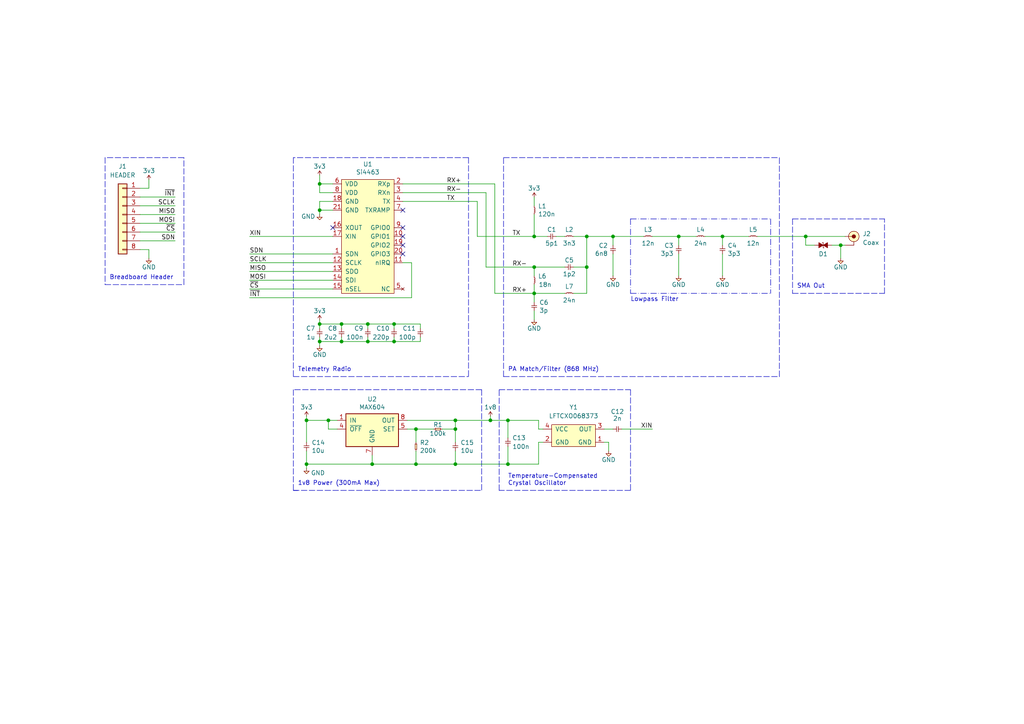
<source format=kicad_sch>
(kicad_sch (version 20211123) (generator eeschema)
  (paper "A4")
  (title_block (title "Lychee Flight Computer") (date "2021-12-31") (rev "1") (company "Cambridge University Spaceflight") (comment 1 "Drawn By H. Franks"))
  (lib_symbols
    (symbol "Strix:1v8" (power) (pin_numbers hide) (pin_names (offset 1.016) hide)
      (property "Value" "1v8" (at 0 2.286 0))
      (symbol "1v8_0_1"
        (polyline (pts (xy 0 1.27) (xy 0.508 0.508)))
        (polyline (pts (xy 0 0) (xy 0 1.27) (xy -0.508 0.508)))
      )
      (symbol "1v8_1_1"
        (pin power_in line (at 0 0 180) (length 0) hide (name "1v8") (number "1"))
      )
    )
    (symbol "Strix:3v3" (power) (pin_numbers hide) (pin_names (offset 1.016) hide)
      (property "Value" "3v3" (at 0 2.286 0))
      (symbol "3v3_0_1"
        (polyline (pts (xy 0 1.27) (xy 0.508 0.508)))
        (polyline (pts (xy 0 0) (xy 0 1.27) (xy -0.508 0.508)))
      )
      (symbol "3v3_1_1"
        (pin power_in line (at 0 0 180) (length 0) hide (name "3v3") (number "1"))
      )
    )
    (symbol "Strix:C" (pin_numbers hide) (pin_names (offset 1.016) hide)
      (property "Reference" "C" (at 1.27 1.778 0))
      (property "Value" "C" (at 1.27 -1.778 0))
      (symbol "C_0_1"
        (polyline (pts (xy 1.016 0.762) (xy 1.016 -0.762)))
        (polyline (pts (xy 1.524 0.762) (xy 1.524 -0.762)))
      )
      (symbol "C_1_1"
        (pin passive line (at 0 0 0) (length 1.016) (name "~") (number "1"))
        (pin passive line (at 2.54 0 180) (length 1.016) (name "~") (number "2"))
      )
    )
    (symbol "Strix:Coax" (pin_numbers hide) (pin_names (offset 1.016) hide)
      (property "Reference" "J" (at 0 2.54 0))
      (property "Value" "Coax" (at 0 -3.81 0))
      (symbol "Coax_0_1"
        (polyline (pts (xy 0 -1.524) (xy 0 -2.54)))
        (circle (center 0 0) (radius 0.508) (fill (type outline)))
        (circle (center 0 0) (radius 1.524) (fill (type background)))
      )
      (symbol "Coax_1_1"
        (pin bidirectional line (at -2.54 0 0) (length 2.54) (name "RF") (number "1"))
        (pin power_in line (at -2.54 -2.54 0) (length 2.54) (name "GND") (number "2"))
      )
    )
    (symbol "Strix:Conn_01x08" (pin_names (offset 1.016) hide)
      (property "Reference" "J" (at 0 10.16 0))
      (property "Value" "Conn_01x08" (at 0 -12.7 0))
      (symbol "Conn_01x08_1_1"
        (rectangle (start -1.27 -10.033) (end 0 -10.287) (stroke (width 0.1524)))
        (rectangle (start -1.27 -7.493) (end 0 -7.747) (stroke (width 0.1524)))
        (rectangle (start -1.27 -4.953) (end 0 -5.207) (stroke (width 0.1524)))
        (rectangle (start -1.27 -2.413) (end 0 -2.667) (stroke (width 0.1524)))
        (rectangle (start -1.27 0.127) (end 0 -0.127) (stroke (width 0.1524)))
        (rectangle (start -1.27 2.667) (end 0 2.413) (stroke (width 0.1524)))
        (rectangle (start -1.27 5.207) (end 0 4.953) (stroke (width 0.1524)))
        (rectangle (start -1.27 7.747) (end 0 7.493) (stroke (width 0.1524)))
        (rectangle (start -1.27 8.89) (end 1.27 -11.43) (stroke (width 0.254)) (fill (type background)))
        (pin passive line (at -5.08 7.62 0) (length 3.81) (name "Pin_1") (number "1"))
        (pin passive line (at -5.08 5.08 0) (length 3.81) (name "Pin_2") (number "2"))
        (pin passive line (at -5.08 2.54 0) (length 3.81) (name "Pin_3") (number "3"))
        (pin passive line (at -5.08 0 0) (length 3.81) (name "Pin_4") (number "4"))
        (pin passive line (at -5.08 -2.54 0) (length 3.81) (name "Pin_5") (number "5"))
        (pin passive line (at -5.08 -5.08 0) (length 3.81) (name "Pin_6") (number "6"))
        (pin passive line (at -5.08 -7.62 0) (length 3.81) (name "Pin_7") (number "7"))
        (pin passive line (at -5.08 -10.16 0) (length 3.81) (name "Pin_8") (number "8"))
      )
    )
    (symbol "Strix:D_ESD" (pin_numbers hide) (pin_names (offset 0) hide)
      (property "Reference" "D" (at -1.27 2.54 0))
      (symbol "D_ESD_0_1"
        (polyline (pts (xy 0 -0.762) (xy 0.254 -0.762)))
        (polyline (pts (xy 0 0.762) (xy -0.254 0.762)))
        (polyline (pts (xy 0 0.762) (xy 0 -0.762)))
        (polyline (pts (xy 0 0) (xy -1.27 0.762) (xy -1.27 -0.762) (xy 0 0)) (fill (type outline)))
        (polyline (pts (xy 0 0) (xy 1.27 0.762) (xy 1.27 -0.762) (xy 0 0)) (fill (type outline)))
      )
      (symbol "D_ESD_1_1"
        (pin passive line (at -2.54 0 0) (length 1.27) (name "1") (number "1"))
        (pin passive line (at 2.54 0 180) (length 1.27) (name "2") (number "2"))
      )
    )
    (symbol "Strix:GND" (power) (pin_numbers hide) (pin_names (offset 1.016) hide)
      (property "Value" "GND" (at 0 -2.54 0))
      (symbol "GND_0_1"
        (polyline (pts (xy 0 0) (xy 0 -0.762)))
        (polyline (pts (xy -0.762 -0.762) (xy 0.762 -0.762) (xy 0 -1.524) (xy -0.762 -0.762)) (fill (type background)))
      )
      (symbol "GND_1_1"
        (pin power_in line (at 0 0 180) (length 0) hide (name "GND") (number "1"))
      )
    )
    (symbol "Strix:L" (pin_numbers hide) (pin_names (offset 1.016) hide)
      (property "Reference" "L" (at 1.27 1.27 0))
      (property "Value" "L" (at 1.27 -1.27 0))
      (symbol "L_0_1"
        (arc (start 1.016 0) (mid 0.762 0.254) (end 0.508 0))
        (arc (start 1.524 0) (mid 1.27 0.254) (end 1.016 0))
        (arc (start 2.032 0) (mid 1.778 0.254) (end 1.524 0))
      )
      (symbol "L_1_1"
        (pin passive line (at 0 0 0) (length 0.508) (name "~") (number "1"))
        (pin passive line (at 2.54 0 180) (length 0.508) (name "~") (number "2"))
      )
    )
    (symbol "Strix:LFTCXO068373" (pin_names (offset 1.016))
      (property "Reference" "Y" (at 0 3.81 0))
      (property "Value" "LFTCXO068373" (at 0 -5.08 0))
      (symbol "LFTCXO068373_0_1"
        (rectangle (start -6.35 2.54) (end 6.35 -3.81) (fill (type background)))
      )
      (symbol "LFTCXO068373_1_1"
        (pin power_in line (at 8.89 -2.54 180) (length 2.54) (name "GND") (number "1"))
        (pin power_in line (at -8.89 -2.54 0) (length 2.54) (name "GND") (number "2"))
        (pin output line (at 8.89 1.27 180) (length 2.54) (name "OUT") (number "3"))
        (pin power_in line (at -8.89 1.27 0) (length 2.54) (name "VCC") (number "4"))
      )
    )
    (symbol "Strix:MAX604" (pin_names (offset 1.016))
      (property "Reference" "U" (at -6.35 5.715 0))
      (property "Value" "MAX604" (at 0 5.715 0))
      (symbol "MAX604_0_1"
        (rectangle (start -7.62 4.445) (end 7.62 -5.08) (stroke (width 0.254)) (fill (type background)))
      )
      (symbol "MAX604_1_1"
        (pin power_in line (at -10.16 2.54 0) (length 2.54) (name "IN") (number "1"))
        (pin passive line (at 0 -7.62 90) (length 2.54) hide (name "GND") (number "2"))
        (pin passive line (at 0 -7.62 90) (length 2.54) hide (name "GND") (number "3"))
        (pin input line (at -10.16 0 0) (length 2.54) (name "~{OFF}") (number "4"))
        (pin passive line (at 10.16 0 180) (length 2.54) (name "SET") (number "5"))
        (pin passive line (at 0 -7.62 90) (length 2.54) hide (name "GND") (number "6"))
        (pin power_in line (at 0 -7.62 90) (length 2.54) (name "GND") (number "7"))
        (pin power_out line (at 10.16 2.54 180) (length 2.54) (name "OUT") (number "8"))
      )
    )
    (symbol "Strix:R" (pin_numbers hide) (pin_names (offset 1.016) hide)
      (property "Reference" "R" (at 1.27 1.27 0))
      (property "Value" "R" (at 1.27 -1.27 0))
      (symbol "R_0_1"
        (rectangle (start 0.508 0.254) (end 2.032 -0.254) (fill (type background)))
      )
      (symbol "R_1_1"
        (pin passive line (at 0 0 0) (length 0.508) (name "~") (number "1"))
        (pin passive line (at 2.54 0 180) (length 0.508) (name "~") (number "2"))
      )
    )
    (symbol "Strix:Si4463" (pin_names (offset 1.016))
      (property "Reference" "U" (at -7.62 17.78 0))
      (property "Value" "Si4463" (at -7.62 -17.78 0))
      (symbol "Si4463_0_1"
        (rectangle (start -7.62 16.51) (end 7.62 -16.51) (fill (type background)))
      )
      (symbol "Si4463_1_1"
        (pin input line (at -10.16 -5.08 0) (length 2.54) (name "SDN") (number "1"))
        (pin bidirectional line (at 10.16 0 180) (length 2.54) (name "GPIO1") (number "10"))
        (pin output line (at 10.16 -7.62 180) (length 2.54) (name "nIRQ") (number "11"))
        (pin input line (at -10.16 -7.62 0) (length 2.54) (name "SCLK") (number "12"))
        (pin output line (at -10.16 -10.16 0) (length 2.54) (name "SDO") (number "13"))
        (pin input line (at -10.16 -12.7 0) (length 2.54) (name "SDI") (number "14"))
        (pin input line (at -10.16 -15.24 0) (length 2.54) (name "nSEL") (number "15"))
        (pin output line (at -10.16 2.54 0) (length 2.54) (name "XOUT") (number "16"))
        (pin input line (at -10.16 0 0) (length 2.54) (name "XIN") (number "17"))
        (pin power_in line (at -10.16 10.16 0) (length 2.54) (name "GND") (number "18"))
        (pin bidirectional line (at 10.16 -2.54 180) (length 2.54) (name "GPIO2") (number "19"))
        (pin input line (at 10.16 15.24 180) (length 2.54) (name "RXp") (number "2"))
        (pin bidirectional line (at 10.16 -5.08 180) (length 2.54) (name "GPIO3") (number "20"))
        (pin power_in line (at -10.16 7.62 0) (length 2.54) (name "GND") (number "21"))
        (pin input line (at 10.16 12.7 180) (length 2.54) (name "RXn") (number "3"))
        (pin output line (at 10.16 10.16 180) (length 2.54) (name "TX") (number "4"))
        (pin no_connect line (at 10.16 -15.24 180) (length 2.54) (name "NC") (number "5"))
        (pin power_in line (at -10.16 15.24 0) (length 2.54) (name "VDD") (number "6"))
        (pin output line (at 10.16 7.62 180) (length 2.54) (name "TXRAMP") (number "7"))
        (pin power_in line (at -10.16 12.7 0) (length 2.54) (name "VDD") (number "8"))
        (pin bidirectional line (at 10.16 2.54 180) (length 2.54) (name "GPIO0") (number "9"))
      )
    )
  )
  (junction (at 243.84 71.12))
  (junction (at 107.95 134.62))
  (junction (at 233.68 68.58))
  (junction (at 106.68 99.06))
  (junction (at 196.85 68.58))
  (junction (at 132.08 134.62))
  (junction (at 99.06 93.98))
  (junction (at 154.94 77.47))
  (junction (at 114.3 93.98))
  (junction (at 114.3 99.06))
  (junction (at 147.32 121.92))
  (junction (at 120.65 124.46))
  (junction (at 120.65 134.62))
  (junction (at 177.8 68.58))
  (junction (at 95.25 121.92))
  (junction (at 132.08 121.92))
  (junction (at 88.9 134.62))
  (junction (at 132.08 124.46))
  (junction (at 106.68 93.98))
  (junction (at 142.24 121.92))
  (junction (at 92.71 53.34))
  (junction (at 209.55 68.58))
  (junction (at 92.71 93.98))
  (junction (at 147.32 134.62))
  (junction (at 154.94 85.09))
  (junction (at 154.94 68.58))
  (junction (at 92.71 99.06))
  (junction (at 92.71 60.96))
  (junction (at 88.9 121.92))
  (junction (at 99.06 99.06))
  (junction (at 170.18 77.47))
  (junction (at 170.18 68.58))
  (no_connect (at 116.84 73.66))
  (no_connect (at 116.84 71.12))
  (no_connect (at 116.84 66.04))
  (no_connect (at 116.84 60.96))
  (no_connect (at 96.52 66.04))
  (no_connect (at 116.84 68.58))
  (wire (pts (xy 147.32 134.62) (xy 156.21 134.62)))
  (wire (pts (xy 180.34 124.46) (xy 189.23 124.46)))
  (polyline (pts (xy 146.05 45.72) (xy 226.06 45.72)))
  (wire (pts (xy 120.65 130.81) (xy 120.65 134.62)))
  (wire (pts (xy 88.9 134.62) (xy 88.9 135.89)))
  (polyline (pts (xy 135.89 45.72) (xy 85.09 45.72)))
  (wire (pts (xy 138.43 58.42) (xy 138.43 68.58)))
  (polyline (pts (xy 85.09 109.22) (xy 135.89 109.22)))
  (wire (pts (xy 88.9 120.65) (xy 88.9 121.92)))
  (polyline (pts (xy 226.06 109.22) (xy 226.06 45.72)))
  (wire (pts (xy 106.68 99.06) (xy 106.68 97.79)))
  (polyline (pts (xy 182.88 63.5) (xy 182.88 85.09)) (stroke (width 0) (type dash_dot)))
  (wire (pts (xy 99.06 93.98) (xy 99.06 95.25)))
  (polyline (pts (xy 229.87 63.5) (xy 256.54 63.5)))
  (wire (pts (xy 119.38 86.36) (xy 119.38 76.2)))
  (wire (pts (xy 92.71 99.06) (xy 99.06 99.06)))
  (wire (pts (xy 132.08 121.92) (xy 142.24 121.92)))
  (wire (pts (xy 120.65 124.46) (xy 118.11 124.46)))
  (polyline (pts (xy 229.87 85.09) (xy 256.54 85.09)))
  (wire (pts (xy 116.84 76.2) (xy 119.38 76.2)))
  (wire (pts (xy 154.94 85.09) (xy 154.94 87.63)))
  (wire (pts (xy 40.64 67.31) (xy 50.8 67.31)))
  (wire (pts (xy 147.32 129.54) (xy 147.32 134.62)))
  (wire (pts (xy 166.37 77.47) (xy 170.18 77.47)))
  (wire (pts (xy 196.85 71.12) (xy 196.85 68.58)))
  (polyline (pts (xy 53.34 45.72) (xy 30.48 45.72)))
  (wire (pts (xy 92.71 93.98) (xy 92.71 95.25)))
  (wire (pts (xy 114.3 93.98) (xy 114.3 95.25)))
  (wire (pts (xy 147.32 121.92) (xy 156.21 121.92)))
  (wire (pts (xy 92.71 58.42) (xy 92.71 60.96)))
  (wire (pts (xy 114.3 99.06) (xy 121.92 99.06)))
  (wire (pts (xy 116.84 58.42) (xy 138.43 58.42)))
  (wire (pts (xy 72.39 68.58) (xy 96.52 68.58)))
  (polyline (pts (xy 256.54 85.09) (xy 256.54 63.5)))
  (wire (pts (xy 209.55 68.58) (xy 209.55 71.12)))
  (wire (pts (xy 233.68 71.12) (xy 233.68 68.58)))
  (wire (pts (xy 120.65 128.27) (xy 120.65 124.46)))
  (wire (pts (xy 143.51 53.34) (xy 143.51 85.09)))
  (wire (pts (xy 40.64 59.69) (xy 50.8 59.69)))
  (wire (pts (xy 170.18 77.47) (xy 170.18 85.09)))
  (wire (pts (xy 88.9 134.62) (xy 88.9 130.81)))
  (wire (pts (xy 121.92 99.06) (xy 121.92 97.79)))
  (wire (pts (xy 132.08 128.27) (xy 132.08 124.46)))
  (polyline (pts (xy 30.48 82.55) (xy 53.34 82.55)))
  (wire (pts (xy 116.84 53.34) (xy 143.51 53.34)))
  (wire (pts (xy 219.71 68.58) (xy 233.68 68.58)))
  (wire (pts (xy 40.64 72.39) (xy 43.18 72.39)))
  (wire (pts (xy 107.95 134.62) (xy 107.95 132.08)))
  (wire (pts (xy 114.3 99.06) (xy 106.68 99.06)))
  (wire (pts (xy 154.94 82.55) (xy 154.94 85.09)))
  (wire (pts (xy 132.08 121.92) (xy 132.08 124.46)))
  (wire (pts (xy 142.24 121.92) (xy 147.32 121.92)))
  (wire (pts (xy 147.32 121.92) (xy 147.32 127)))
  (wire (pts (xy 201.93 68.58) (xy 196.85 68.58)))
  (wire (pts (xy 186.69 68.58) (xy 177.8 68.58)))
  (wire (pts (xy 88.9 128.27) (xy 88.9 121.92)))
  (wire (pts (xy 154.94 90.17) (xy 154.94 92.71)))
  (polyline (pts (xy 85.09 45.72) (xy 85.09 109.22)))
  (polyline (pts (xy 182.88 85.09) (xy 223.52 85.09)) (stroke (width 0) (type dash_dot)))
  (wire (pts (xy 177.8 71.12) (xy 177.8 68.58)))
  (wire (pts (xy 154.94 59.69) (xy 154.94 57.15)))
  (wire (pts (xy 40.64 62.23) (xy 50.8 62.23)))
  (wire (pts (xy 157.48 124.46) (xy 156.21 124.46)))
  (wire (pts (xy 138.43 68.58) (xy 154.94 68.58)))
  (polyline (pts (xy 182.88 142.24) (xy 144.78 142.24)))
  (wire (pts (xy 92.71 93.98) (xy 92.71 92.71)))
  (wire (pts (xy 72.39 86.36) (xy 119.38 86.36)))
  (wire (pts (xy 97.79 124.46) (xy 95.25 124.46)))
  (wire (pts (xy 140.97 55.88) (xy 140.97 77.47)))
  (wire (pts (xy 72.39 81.28) (xy 96.52 81.28)))
  (wire (pts (xy 163.83 68.58) (xy 161.29 68.58)))
  (polyline (pts (xy 139.7 113.03) (xy 139.7 142.24)))
  (wire (pts (xy 154.94 80.01) (xy 154.94 77.47)))
  (wire (pts (xy 92.71 50.8) (xy 92.71 53.34)))
  (wire (pts (xy 158.75 68.58) (xy 154.94 68.58)))
  (polyline (pts (xy 144.78 113.03) (xy 182.88 113.03)))
  (wire (pts (xy 106.68 93.98) (xy 99.06 93.98)))
  (wire (pts (xy 88.9 121.92) (xy 95.25 121.92)))
  (wire (pts (xy 92.71 99.06) (xy 92.71 100.33)))
  (wire (pts (xy 95.25 124.46) (xy 95.25 121.92)))
  (polyline (pts (xy 144.78 142.24) (xy 144.78 113.03)))
  (wire (pts (xy 92.71 55.88) (xy 92.71 53.34)))
  (wire (pts (xy 166.37 68.58) (xy 170.18 68.58)))
  (wire (pts (xy 107.95 134.62) (xy 88.9 134.62)))
  (wire (pts (xy 40.64 64.77) (xy 50.8 64.77)))
  (wire (pts (xy 241.3 71.12) (xy 243.84 71.12)))
  (wire (pts (xy 92.71 60.96) (xy 92.71 62.23)))
  (wire (pts (xy 163.83 85.09) (xy 154.94 85.09)))
  (polyline (pts (xy 85.09 142.24) (xy 139.7 142.24)))
  (wire (pts (xy 243.84 71.12) (xy 243.84 74.93)))
  (wire (pts (xy 217.17 68.58) (xy 209.55 68.58)))
  (wire (pts (xy 96.52 58.42) (xy 92.71 58.42)))
  (wire (pts (xy 118.11 121.92) (xy 132.08 121.92)))
  (wire (pts (xy 157.48 128.27) (xy 156.21 128.27)))
  (wire (pts (xy 72.39 78.74) (xy 96.52 78.74)))
  (polyline (pts (xy 223.52 63.5) (xy 223.52 85.09)) (stroke (width 0) (type dash_dot)))
  (wire (pts (xy 243.84 71.12) (xy 245.11 71.12)))
  (wire (pts (xy 99.06 99.06) (xy 106.68 99.06)))
  (wire (pts (xy 106.68 95.25) (xy 106.68 93.98)))
  (wire (pts (xy 233.68 68.58) (xy 245.11 68.58)))
  (wire (pts (xy 43.18 72.39) (xy 43.18 74.93)))
  (wire (pts (xy 92.71 53.34) (xy 96.52 53.34)))
  (wire (pts (xy 204.47 68.58) (xy 209.55 68.58)))
  (wire (pts (xy 170.18 68.58) (xy 177.8 68.58)))
  (wire (pts (xy 120.65 134.62) (xy 107.95 134.62)))
  (wire (pts (xy 132.08 130.81) (xy 132.08 134.62)))
  (wire (pts (xy 132.08 134.62) (xy 147.32 134.62)))
  (wire (pts (xy 92.71 97.79) (xy 92.71 99.06)))
  (wire (pts (xy 170.18 85.09) (xy 166.37 85.09)))
  (wire (pts (xy 156.21 128.27) (xy 156.21 134.62)))
  (wire (pts (xy 99.06 93.98) (xy 92.71 93.98)))
  (wire (pts (xy 125.73 124.46) (xy 120.65 124.46)))
  (wire (pts (xy 132.08 134.62) (xy 120.65 134.62)))
  (polyline (pts (xy 182.88 113.03) (xy 182.88 142.24)))
  (wire (pts (xy 40.64 69.85) (xy 50.8 69.85)))
  (polyline (pts (xy 146.05 109.22) (xy 226.06 109.22)))
  (polyline (pts (xy 135.89 45.72) (xy 135.89 109.22)))
  (wire (pts (xy 175.26 124.46) (xy 177.8 124.46)))
  (wire (pts (xy 175.26 128.27) (xy 176.53 128.27)))
  (polyline (pts (xy 229.87 63.5) (xy 229.87 85.09)))
  (wire (pts (xy 72.39 76.2) (xy 96.52 76.2)))
  (wire (pts (xy 140.97 77.47) (xy 154.94 77.47)))
  (polyline (pts (xy 85.09 113.03) (xy 85.09 142.24)))
  (wire (pts (xy 142.24 120.65) (xy 142.24 121.92)))
  (wire (pts (xy 196.85 73.66) (xy 196.85 80.01)))
  (wire (pts (xy 40.64 57.15) (xy 50.8 57.15)))
  (wire (pts (xy 114.3 97.79) (xy 114.3 99.06)))
  (wire (pts (xy 170.18 68.58) (xy 170.18 77.47)))
  (polyline (pts (xy 53.34 82.55) (xy 53.34 45.72)))
  (wire (pts (xy 96.52 60.96) (xy 92.71 60.96)))
  (wire (pts (xy 99.06 99.06) (xy 99.06 97.79)))
  (wire (pts (xy 156.21 121.92) (xy 156.21 124.46)))
  (wire (pts (xy 143.51 85.09) (xy 154.94 85.09)))
  (wire (pts (xy 132.08 124.46) (xy 128.27 124.46)))
  (polyline (pts (xy 146.05 109.22) (xy 146.05 45.72)))
  (wire (pts (xy 96.52 55.88) (xy 92.71 55.88)))
  (wire (pts (xy 114.3 93.98) (xy 121.92 93.98)))
  (wire (pts (xy 196.85 68.58) (xy 189.23 68.58)))
  (polyline (pts (xy 182.88 63.5) (xy 223.52 63.5)) (stroke (width 0) (type dash_dot)))
  (polyline (pts (xy 139.7 113.03) (xy 85.09 113.03)))
  (wire (pts (xy 40.64 54.61) (xy 43.18 54.61)))
  (wire (pts (xy 116.84 55.88) (xy 140.97 55.88)))
  (wire (pts (xy 154.94 62.23) (xy 154.94 68.58)))
  (wire (pts (xy 72.39 83.82) (xy 96.52 83.82)))
  (wire (pts (xy 121.92 93.98) (xy 121.92 95.25)))
  (wire (pts (xy 176.53 128.27) (xy 176.53 130.81)))
  (polyline (pts (xy 30.48 45.72) (xy 30.48 82.55)))
  (wire (pts (xy 177.8 73.66) (xy 177.8 80.01)))
  (wire (pts (xy 236.22 71.12) (xy 233.68 71.12)))
  (wire (pts (xy 43.18 52.07) (xy 43.18 54.61)))
  (wire (pts (xy 72.39 73.66) (xy 96.52 73.66)))
  (wire (pts (xy 106.68 93.98) (xy 114.3 93.98)))
  (polyline (pts (xy 85.09 142.24) (xy 86.36 142.24)))
  (wire (pts (xy 95.25 121.92) (xy 97.79 121.92)))
  (wire (pts (xy 163.83 77.47) (xy 154.94 77.47)))
  (wire (pts (xy 209.55 73.66) (xy 209.55 80.01)))
  (text "PA Match/Filter (868 MHz)" (at 147.32 107.95 0) (effects (font (size 1.27 1.27)) (justify left bottom)))
  (text "Lowpass Filter" (at 182.88 87.63 0) (effects (font (size 1.27 1.27)) (justify left bottom)))
  (text "1v8 Power (300mA Max)" (at 86.36 140.97 0) (effects (font (size 1.27 1.27)) (justify left bottom)))
  (text "Telemetry Radio" (at 86.36 107.95 0) (effects (font (size 1.27 1.27)) (justify left bottom)))
  (text "Temperature-Compensated\nCrystal Oscillator" (at 147.32 140.97 0) (effects (font (size 1.27 1.27)) (justify left bottom)))
  (text "SMA Out" (at 231.1363 83.7778 0) (effects (font (size 1.27 1.27)) (justify left bottom)))
  (text "Breadboard Header" (at 31.75 81.28 0) (effects (font (size 1.27 1.27)) (justify left bottom)))
  (label "MOSI" (at 50.8 64.77 180))
  (label "RX+" (at 148.59 85.09 0))
  (label "TX" (at 148.59 68.58 0))
  (label "TX" (at 129.54 58.42 0))
  (label "MISO" (at 72.39 78.74 0))
  (label "~{CS}" (at 50.8 67.31 180))
  (label "SCLK" (at 50.8 59.69 180))
  (label "RX-" (at 148.59 77.47 0))
  (label "SDN" (at 50.8 69.85 180))
  (label "~{CS}" (at 72.39 83.82 0))
  (label "MOSI" (at 72.39 81.28 0))
  (label "RX-" (at 129.54 55.88 0))
  (label "SDN" (at 72.39 73.66 0))
  (label "XIN" (at 72.39 68.58 0))
  (label "SCLK" (at 72.39 76.2 0))
  (label "~{INT}" (at 72.39 86.36 0))
  (label "XIN" (at 189.23 124.46 180))
  (label "~{INT}" (at 50.8 57.15 180))
  (label "MISO" (at 50.8 62.23 180))
  (label "RX+" (at 129.54 53.34 0))
  (symbol (lib_id "Strix:GND") (at 92.71 62.23 0) (unit 1)
    (property "Reference" "#PWR04" (effects hide))
    (property "Value" "GND" (at 91.44 63.5 0) (effects (justify right bottom)))
  )
  (symbol (lib_id "Strix:3v3") (at 92.71 50.8 0) (unit 1)
    (property "Reference" "#PWR01" (effects hide))
    (property "Value" "3v3" (at 92.71 48.26 0))
  )
  (symbol (lib_id "Strix:3v3") (at 92.71 92.71 0) (unit 1)
    (property "Reference" "#PWR010" (effects hide))
    (property "Value" "3v3" (at 92.71 90.17 0))
  )
  (symbol (lib_id "Strix:GND") (at 92.71 100.33 0) (unit 1)
    (property "Reference" "#PWR012" (effects hide))
    (property "Value" "GND" (at 92.71 102.87 0))
  )
  (symbol (lib_id "Strix:C") (at 121.92 95.25 90) (mirror x) (unit 1)
    (property "Reference" "C11" (at 120.65 95.25 90) (effects (justify left)))
    (property "Value" "100p" (at 120.65 97.79 90) (effects (justify left)))
    (property "Footprint" "Strix:C_0402" (effects hide))
    (property "Farnell" "2906905" (effects hide))
  )
  (symbol (lib_id "Strix:C") (at 114.3 95.25 90) (mirror x) (unit 1)
    (property "Reference" "C10" (at 113.03 95.25 90) (effects (justify left)))
    (property "Value" "220p" (at 113.03 97.79 90) (effects (justify left)))
    (property "Footprint" "Strix:C_0402" (effects hide))
    (property "Farnell" "3019240" (effects hide))
  )
  (symbol (lib_id "Strix:C") (at 106.68 95.25 90) (mirror x) (unit 1)
    (property "Reference" "C9" (at 105.41 95.25 90) (effects (justify left)))
    (property "Value" "100n" (at 105.41 97.79 90) (effects (justify left)))
    (property "Footprint" "Strix:C_0402" (effects hide))
    (property "Farnell" "9402047" (effects hide))
  )
  (symbol (lib_id "Strix:C") (at 99.06 95.25 90) (mirror x) (unit 1)
    (property "Reference" "C8" (at 97.79 95.25 90) (effects (justify left)))
    (property "Value" "2u2" (at 97.79 97.79 90) (effects (justify left)))
    (property "Footprint" "Strix:C_0402" (effects hide))
    (property "Farnell" "2672111" (effects hide))
  )
  (symbol (lib_id "Strix:C") (at 92.71 95.25 90) (mirror x) (unit 1)
    (property "Reference" "C7" (at 91.44 95.25 90) (effects (justify left)))
    (property "Value" "1u" (at 91.44 97.79 90) (effects (justify left)))
    (property "Footprint" "Strix:C_0402" (effects hide))
    (property "Farnell" "9402063" (effects hide))
  )
  (symbol (lib_id "Strix:GND") (at 196.85 80.01 0) (unit 1)
    (property "Reference" "#PWR08" (effects hide))
    (property "Value" "GND" (at 196.85 82.55 0))
  )
  (symbol (lib_id "Strix:3v3") (at 154.94 57.15 0) (unit 1)
    (property "Reference" "#PWR03" (effects hide))
    (property "Value" "3v3" (at 154.94 54.61 0))
  )
  (symbol (lib_id "Strix:L") (at 154.94 59.69 270) (unit 1)
    (property "Reference" "L1" (at 156.0576 59.7916 90) (effects (justify left)))
    (property "Value" "120n" (at 156.0576 62.103 90) (effects (justify left)))
    (property "Footprint" "Strix:L_0402" (effects hide))
    (property "Farnell" "3471254" (effects hide))
  )
  (symbol (lib_id "Strix:C") (at 163.83 77.47 0) (unit 1)
    (property "Reference" "C5" (at 165.1 76.2 0) (effects (justify bottom)))
    (property "Value" "1p2" (at 165.1 78.74 0) (effects (justify top)))
    (property "Footprint" "Strix:C_0402" (effects hide))
    (property "Farnell" "3369062" (effects hide))
  )
  (symbol (lib_id "Strix:L") (at 163.83 85.09 0) (unit 1)
    (property "Reference" "L7" (at 165.1 83.82 0) (effects (justify bottom)))
    (property "Value" "24n" (at 165.1 86.36 0) (effects (justify top)))
    (property "Footprint" "Strix:L_0402" (effects hide))
    (property "Farnell" "3263549" (effects hide))
  )
  (symbol (lib_id "Strix:GND") (at 154.94 92.71 0) (unit 1)
    (property "Reference" "#PWR011" (effects hide))
    (property "Value" "GND" (at 154.94 95.25 0))
  )
  (symbol (lib_id "Strix:C") (at 154.94 87.63 270) (unit 1)
    (property "Reference" "C6" (at 156.4132 87.7316 90) (effects (justify left)))
    (property "Value" "3p" (at 156.4132 90.043 90) (effects (justify left)))
    (property "Footprint" "Strix:C_0402" (effects hide))
    (property "Farnell" "1758933" (effects hide))
  )
  (symbol (lib_id "Strix:L") (at 154.94 80.01 270) (unit 1)
    (property "Reference" "L6" (at 156.0576 80.1116 90) (effects (justify left)))
    (property "Value" "18n" (at 156.21 82.55 90) (effects (justify left)))
    (property "Footprint" "Strix:L_0402" (effects hide))
    (property "Farnell" "1343084" (effects hide))
  )
  (symbol (lib_id "Strix:L") (at 163.83 68.58 0) (unit 1)
    (property "Reference" "L2" (at 165.1 67.31 0) (effects (justify bottom)))
    (property "Value" "3n3" (at 165.1 69.85 0) (effects (justify top)))
    (property "Footprint" "Strix:L_0402" (effects hide))
    (property "Farnell" "1343068" (effects hide))
  )
  (symbol (lib_id "Strix:L") (at 201.93 68.58 0) (unit 1)
    (property "Reference" "L4" (at 203.2 67.31 0) (effects (justify bottom)))
    (property "Value" "24n" (at 203.2 69.85 0) (effects (justify top)))
    (property "Footprint" "Strix:L_0402" (effects hide))
    (property "Farnell" "3263549" (effects hide))
  )
  (symbol (lib_id "Strix:C") (at 196.85 71.12 90) (mirror x) (unit 1)
    (property "Reference" "C3" (at 195.3768 71.2216 90) (effects (justify left)))
    (property "Value" "3p3" (at 195.3768 73.533 90) (effects (justify left)))
    (property "Footprint" "Strix:C_0402" (effects hide))
    (property "Farnell" "3013357" (effects hide))
  )
  (symbol (lib_id "Strix:C") (at 209.55 71.12 270) (unit 1)
    (property "Reference" "C4" (at 211.0232 71.2216 90) (effects (justify left)))
    (property "Value" "3p3" (at 211.0232 73.533 90) (effects (justify left)))
    (property "Footprint" "Strix:C_0402" (effects hide))
    (property "Farnell" "3013357" (effects hide))
  )
  (symbol (lib_id "Strix:C") (at 158.75 68.58 0) (unit 1)
    (property "Reference" "C1" (at 160.02 67.31 0) (effects (justify bottom)))
    (property "Value" "5p1" (at 160.02 69.85 0) (effects (justify top)))
    (property "Footprint" "Strix:C_0402" (effects hide))
    (property "Farnell" "2781439" (effects hide))
  )
  (symbol (lib_id "Strix:C") (at 177.8 71.12 90) (mirror x) (unit 1)
    (property "Reference" "C2" (at 176.3268 71.2216 90) (effects (justify left)))
    (property "Value" "6n8" (at 176.3268 73.533 90) (effects (justify left)))
    (property "Footprint" "Strix:C_0402" (effects hide))
    (property "Farnell" "2627370" (effects hide))
  )
  (symbol (lib_id "Strix:GND") (at 177.8 80.01 0) (unit 1)
    (property "Reference" "#PWR07" (effects hide))
    (property "Value" "GND" (at 177.8 82.55 0))
  )
  (symbol (lib_id "Strix:L") (at 186.69 68.58 0) (unit 1)
    (property "Reference" "L3" (at 187.96 67.31 0) (effects (justify bottom)))
    (property "Value" "12n" (at 187.96 69.85 0) (effects (justify top)))
    (property "Footprint" "Strix:L_0402" (effects hide))
    (property "Farnell" "1343082" (effects hide))
  )
  (symbol (lib_id "Strix:L") (at 217.17 68.58 0) (unit 1)
    (property "Reference" "L5" (at 218.44 67.31 0) (effects (justify bottom)))
    (property "Value" "12n" (at 218.44 69.85 0) (effects (justify top)))
    (property "Footprint" "Strix:L_0402" (effects hide))
    (property "Farnell" "1343082" (effects hide))
  )
  (symbol (lib_id "Strix:GND") (at 209.55 80.01 0) (unit 1)
    (property "Reference" "#PWR09" (effects hide))
    (property "Value" "GND" (at 209.55 82.55 0))
  )
  (symbol (lib_id "Strix:Si4463") (at 106.68 68.58 0) (unit 1)
    (property "Reference" "U1" (at 106.68 47.625 0))
    (property "Value" "Si4463" (at 106.68 49.9364 0))
    (property "Footprint" "Strix:Si4463" (effects hide))
    (property "Farnell" "2462637" (effects hide))
  )
  (symbol (lib_id "Strix:GND") (at 243.84 74.93 0) (unit 1)
    (property "Reference" "#PWR06" (effects hide))
    (property "Value" "GND" (at 243.84 77.47 0))
  )
  (symbol (lib_id "Strix:C") (at 147.32 127 90) (mirror x) (unit 1)
    (property "Reference" "C13" (at 148.59 127 90) (effects (justify right)))
    (property "Value" "100n" (at 148.59 129.54 90) (effects (justify right)))
    (property "Footprint" "Strix:C_0402" (effects hide))
    (property "Farnell" "9402047" (effects hide))
  )
  (symbol (lib_id "Strix:Conn_01x08") (at 35.56 62.23 0) (mirror y) (unit 1)
    (property "Reference" "J1" (at 35.56 48.26 0))
    (property "Value" "HEADER" (at 35.56 50.8 0))
    (property "Footprint" "Strix:Breadboard_Header_01x08" (effects hide))
    (property "Farnell" "1022256" (effects hide))
  )
  (symbol (lib_id "Strix:R") (at 120.65 128.27 270) (unit 1)
    (property "Reference" "R2" (at 121.7676 128.3716 90) (effects (justify left)))
    (property "Value" "200k" (at 121.7676 130.683 90) (effects (justify left)))
    (property "Footprint" "Strix:R_0402" (effects hide))
    (property "Farnell" "2059185" (effects hide))
  )
  (symbol (lib_id "Strix:GND") (at 43.18 74.93 0) (unit 1)
    (property "Reference" "#PWR05" (effects hide))
    (property "Value" "GND" (at 43.18 77.47 0))
  )
  (symbol (lib_id "Strix:MAX604") (at 107.95 124.46 0) (unit 1)
    (property "Reference" "U2" (at 107.95 115.7732 0))
    (property "Value" "MAX604" (at 107.95 118.0846 0))
    (property "Footprint" "Strix:MAX604" (effects hide))
    (property "Datasheet" "http://datasheets.maximintegrated.com/en/ds/MAX603-MAX604.pdf" (effects hide))
    (property "Farnell" "2799174" (effects hide))
  )
  (symbol (lib_id "Strix:1v8") (at 142.24 120.65 0) (unit 1)
    (property "Reference" "#PWR0101" (effects hide))
    (property "Value" "1v8" (at 142.24 118.11 0))
  )
  (symbol (lib_id "Strix:3v3") (at 88.9 120.65 0) (unit 1)
    (property "Reference" "#PWR013" (effects hide))
    (property "Value" "3v3" (at 88.9 118.11 0))
  )
  (symbol (lib_id "Strix:C") (at 88.9 128.27 270) (unit 1)
    (property "Reference" "C14" (at 90.3732 128.3716 90) (effects (justify left)))
    (property "Value" "10u" (at 90.3732 130.683 90) (effects (justify left)))
    (property "Footprint" "Strix:C_0402" (effects hide))
    (property "Farnell" "3369188" (effects hide))
  )
  (symbol (lib_id "Strix:D_ESD") (at 238.76 71.12 0) (unit 1)
    (property "Reference" "D1" (at 238.76 73.66 0))
    (property "Value" "D_ESD" (effects hide))
    (property "Footprint" "Strix:D_0402" (effects hide))
    (property "Farnell" "2368169" (effects hide))
  )
  (symbol (lib_id "Strix:GND") (at 88.9 135.89 0) (mirror y) (unit 1)
    (property "Reference" "#PWR015" (effects hide))
    (property "Value" "GND" (at 90.17 137.16 0) (effects (justify right)))
  )
  (symbol (lib_id "Strix:GND") (at 176.53 130.81 0) (unit 1)
    (property "Reference" "#PWR014" (effects hide))
    (property "Value" "GND" (at 176.53 133.35 0))
  )
  (symbol (lib_id "Strix:R") (at 125.73 124.46 0) (unit 1)
    (property "Reference" "R1" (at 127 123.19 0))
    (property "Value" "100k" (at 127 125.73 0))
    (property "Footprint" "Strix:R_0402" (effects hide))
    (property "Farnell" "2447094" (effects hide))
  )
  (symbol (lib_id "Strix:C") (at 132.08 128.27 270) (unit 1)
    (property "Reference" "C15" (at 133.5532 128.3716 90) (effects (justify left)))
    (property "Value" "10u" (at 133.5532 130.683 90) (effects (justify left)))
    (property "Footprint" "Strix:C_0402" (effects hide))
    (property "Farnell" "3369188" (effects hide))
  )
  (symbol (lib_id "Strix:3v3") (at 43.18 52.07 0) (unit 1)
    (property "Reference" "#PWR02" (effects hide))
    (property "Value" "3v3" (at 43.18 49.53 0))
  )
  (symbol (lib_id "Strix:C") (at 177.8 124.46 0) (unit 1)
    (property "Reference" "C12" (at 179.07 119.38 0))
    (property "Value" "2n" (at 179.07 120.65 0) (effects (justify top)))
    (property "Footprint" "Strix:C_0402" (effects hide))
    (property "Farnell" "2332520" (effects hide))
  )
  (symbol (lib_id "Strix:Coax") (at 247.65 68.58 0) (unit 1)
    (property "Reference" "J2" (at 250.19 67.8179 0) (effects (justify left)))
    (property "Value" "Coax" (at 250.19 70.3579 0) (effects (justify left)))
    (property "Footprint" "Strix:SMA-Edge" (effects hide))
    (property "Farnell" "1608592" (effects hide))
  )
  (symbol (lib_id "Strix:LFTCXO068373") (at 166.37 125.73 0) (unit 1)
    (property "Reference" "Y1" (at 166.37 118.11 0))
    (property "Value" "LFTCXO068373" (at 166.37 120.65 0))
    (property "Footprint" "Strix:LFTCXO068373" (effects hide))
    (property "Farnell" "2627327" (effects hide))
  )
)
</source>
